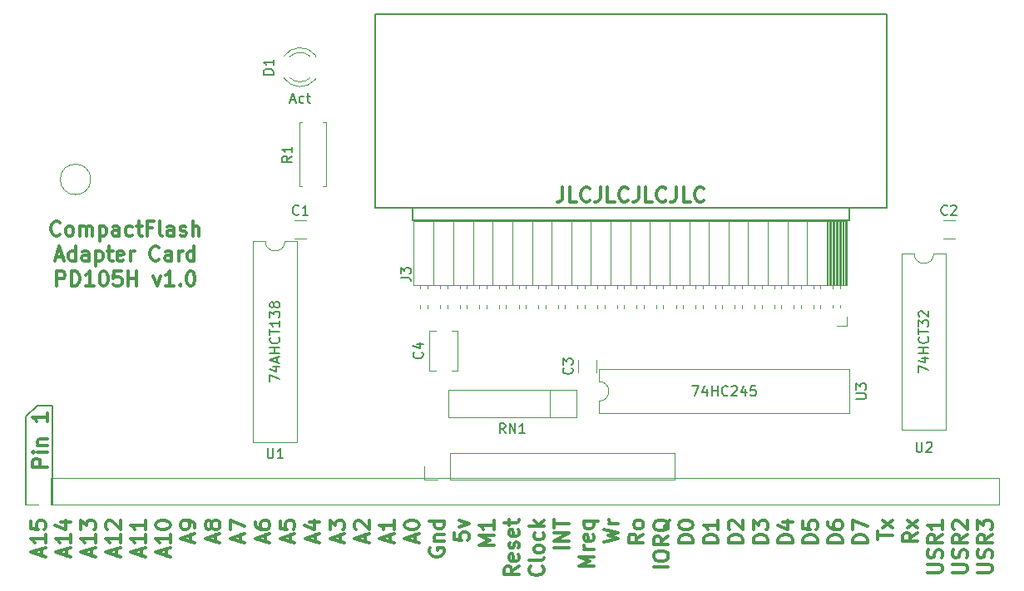
<source format=gbr>
%TF.GenerationSoftware,KiCad,Pcbnew,(5.1.10)-1*%
%TF.CreationDate,2021-07-06T00:11:38-07:00*%
%TF.ProjectId,rc-cfcardh,72632d63-6663-4617-9264-682e6b696361,rev?*%
%TF.SameCoordinates,PX9157080PY9071968*%
%TF.FileFunction,Legend,Top*%
%TF.FilePolarity,Positive*%
%FSLAX46Y46*%
G04 Gerber Fmt 4.6, Leading zero omitted, Abs format (unit mm)*
G04 Created by KiCad (PCBNEW (5.1.10)-1) date 2021-07-06 00:11:38*
%MOMM*%
%LPD*%
G01*
G04 APERTURE LIST*
%ADD10C,0.150000*%
%ADD11C,0.300000*%
%ADD12C,0.200000*%
%ADD13C,0.120000*%
%ADD14C,0.100000*%
G04 APERTURE END LIST*
D10*
X39375000Y29190200D02*
X39375000Y30460200D01*
X83825000Y29190200D02*
X39375000Y29190200D01*
X83825000Y30460200D02*
X83825000Y29190200D01*
X87635000Y50145200D02*
X87635000Y30460200D01*
X35565000Y50145200D02*
X87635000Y50145200D01*
X35565000Y30460200D02*
X35565000Y50145200D01*
X87635000Y30460200D02*
X35565000Y30460200D01*
D11*
X54666428Y32551629D02*
X54666428Y31480200D01*
X54595000Y31265915D01*
X54452142Y31123058D01*
X54237857Y31051629D01*
X54095000Y31051629D01*
X56095000Y31051629D02*
X55380714Y31051629D01*
X55380714Y32551629D01*
X57452142Y31194486D02*
X57380714Y31123058D01*
X57166428Y31051629D01*
X57023571Y31051629D01*
X56809285Y31123058D01*
X56666428Y31265915D01*
X56595000Y31408772D01*
X56523571Y31694486D01*
X56523571Y31908772D01*
X56595000Y32194486D01*
X56666428Y32337343D01*
X56809285Y32480200D01*
X57023571Y32551629D01*
X57166428Y32551629D01*
X57380714Y32480200D01*
X57452142Y32408772D01*
X58523571Y32551629D02*
X58523571Y31480200D01*
X58452142Y31265915D01*
X58309285Y31123058D01*
X58095000Y31051629D01*
X57952142Y31051629D01*
X59952142Y31051629D02*
X59237857Y31051629D01*
X59237857Y32551629D01*
X61309285Y31194486D02*
X61237857Y31123058D01*
X61023571Y31051629D01*
X60880714Y31051629D01*
X60666428Y31123058D01*
X60523571Y31265915D01*
X60452142Y31408772D01*
X60380714Y31694486D01*
X60380714Y31908772D01*
X60452142Y32194486D01*
X60523571Y32337343D01*
X60666428Y32480200D01*
X60880714Y32551629D01*
X61023571Y32551629D01*
X61237857Y32480200D01*
X61309285Y32408772D01*
X62380714Y32551629D02*
X62380714Y31480200D01*
X62309285Y31265915D01*
X62166428Y31123058D01*
X61952142Y31051629D01*
X61809285Y31051629D01*
X63809285Y31051629D02*
X63095000Y31051629D01*
X63095000Y32551629D01*
X65166428Y31194486D02*
X65095000Y31123058D01*
X64880714Y31051629D01*
X64737857Y31051629D01*
X64523571Y31123058D01*
X64380714Y31265915D01*
X64309285Y31408772D01*
X64237857Y31694486D01*
X64237857Y31908772D01*
X64309285Y32194486D01*
X64380714Y32337343D01*
X64523571Y32480200D01*
X64737857Y32551629D01*
X64880714Y32551629D01*
X65095000Y32480200D01*
X65166428Y32408772D01*
X66237857Y32551629D02*
X66237857Y31480200D01*
X66166428Y31265915D01*
X66023571Y31123058D01*
X65809285Y31051629D01*
X65666428Y31051629D01*
X67666428Y31051629D02*
X66952142Y31051629D01*
X66952142Y32551629D01*
X69023571Y31194486D02*
X68952142Y31123058D01*
X68737857Y31051629D01*
X68595000Y31051629D01*
X68380714Y31123058D01*
X68237857Y31265915D01*
X68166428Y31408772D01*
X68095000Y31694486D01*
X68095000Y31908772D01*
X68166428Y32194486D01*
X68237857Y32337343D01*
X68380714Y32480200D01*
X68595000Y32551629D01*
X68737857Y32551629D01*
X68952142Y32480200D01*
X69023571Y32408772D01*
D10*
X26987619Y41438534D02*
X27463809Y41438534D01*
X26892380Y41152820D02*
X27225714Y42152820D01*
X27559047Y41152820D01*
X28320952Y41200439D02*
X28225714Y41152820D01*
X28035238Y41152820D01*
X27940000Y41200439D01*
X27892380Y41248058D01*
X27844761Y41343296D01*
X27844761Y41629010D01*
X27892380Y41724248D01*
X27940000Y41771867D01*
X28035238Y41819486D01*
X28225714Y41819486D01*
X28320952Y41771867D01*
X28606666Y41819486D02*
X28987619Y41819486D01*
X28749523Y42152820D02*
X28749523Y41295677D01*
X28797142Y41200439D01*
X28892380Y41152820D01*
X28987619Y41152820D01*
D11*
X3517142Y27744486D02*
X3445714Y27673058D01*
X3231428Y27601629D01*
X3088571Y27601629D01*
X2874285Y27673058D01*
X2731428Y27815915D01*
X2660000Y27958772D01*
X2588571Y28244486D01*
X2588571Y28458772D01*
X2660000Y28744486D01*
X2731428Y28887343D01*
X2874285Y29030200D01*
X3088571Y29101629D01*
X3231428Y29101629D01*
X3445714Y29030200D01*
X3517142Y28958772D01*
X4374285Y27601629D02*
X4231428Y27673058D01*
X4160000Y27744486D01*
X4088571Y27887343D01*
X4088571Y28315915D01*
X4160000Y28458772D01*
X4231428Y28530200D01*
X4374285Y28601629D01*
X4588571Y28601629D01*
X4731428Y28530200D01*
X4802857Y28458772D01*
X4874285Y28315915D01*
X4874285Y27887343D01*
X4802857Y27744486D01*
X4731428Y27673058D01*
X4588571Y27601629D01*
X4374285Y27601629D01*
X5517142Y27601629D02*
X5517142Y28601629D01*
X5517142Y28458772D02*
X5588571Y28530200D01*
X5731428Y28601629D01*
X5945714Y28601629D01*
X6088571Y28530200D01*
X6160000Y28387343D01*
X6160000Y27601629D01*
X6160000Y28387343D02*
X6231428Y28530200D01*
X6374285Y28601629D01*
X6588571Y28601629D01*
X6731428Y28530200D01*
X6802857Y28387343D01*
X6802857Y27601629D01*
X7517142Y28601629D02*
X7517142Y27101629D01*
X7517142Y28530200D02*
X7660000Y28601629D01*
X7945714Y28601629D01*
X8088571Y28530200D01*
X8160000Y28458772D01*
X8231428Y28315915D01*
X8231428Y27887343D01*
X8160000Y27744486D01*
X8088571Y27673058D01*
X7945714Y27601629D01*
X7660000Y27601629D01*
X7517142Y27673058D01*
X9517142Y27601629D02*
X9517142Y28387343D01*
X9445714Y28530200D01*
X9302857Y28601629D01*
X9017142Y28601629D01*
X8874285Y28530200D01*
X9517142Y27673058D02*
X9374285Y27601629D01*
X9017142Y27601629D01*
X8874285Y27673058D01*
X8802857Y27815915D01*
X8802857Y27958772D01*
X8874285Y28101629D01*
X9017142Y28173058D01*
X9374285Y28173058D01*
X9517142Y28244486D01*
X10874285Y27673058D02*
X10731428Y27601629D01*
X10445714Y27601629D01*
X10302857Y27673058D01*
X10231428Y27744486D01*
X10160000Y27887343D01*
X10160000Y28315915D01*
X10231428Y28458772D01*
X10302857Y28530200D01*
X10445714Y28601629D01*
X10731428Y28601629D01*
X10874285Y28530200D01*
X11302857Y28601629D02*
X11874285Y28601629D01*
X11517142Y29101629D02*
X11517142Y27815915D01*
X11588571Y27673058D01*
X11731428Y27601629D01*
X11874285Y27601629D01*
X12874285Y28387343D02*
X12374285Y28387343D01*
X12374285Y27601629D02*
X12374285Y29101629D01*
X13088571Y29101629D01*
X13874285Y27601629D02*
X13731428Y27673058D01*
X13660000Y27815915D01*
X13660000Y29101629D01*
X15088571Y27601629D02*
X15088571Y28387343D01*
X15017142Y28530200D01*
X14874285Y28601629D01*
X14588571Y28601629D01*
X14445714Y28530200D01*
X15088571Y27673058D02*
X14945714Y27601629D01*
X14588571Y27601629D01*
X14445714Y27673058D01*
X14374285Y27815915D01*
X14374285Y27958772D01*
X14445714Y28101629D01*
X14588571Y28173058D01*
X14945714Y28173058D01*
X15088571Y28244486D01*
X15731428Y27673058D02*
X15874285Y27601629D01*
X16160000Y27601629D01*
X16302857Y27673058D01*
X16374285Y27815915D01*
X16374285Y27887343D01*
X16302857Y28030200D01*
X16160000Y28101629D01*
X15945714Y28101629D01*
X15802857Y28173058D01*
X15731428Y28315915D01*
X15731428Y28387343D01*
X15802857Y28530200D01*
X15945714Y28601629D01*
X16160000Y28601629D01*
X16302857Y28530200D01*
X17017142Y27601629D02*
X17017142Y29101629D01*
X17660000Y27601629D02*
X17660000Y28387343D01*
X17588571Y28530200D01*
X17445714Y28601629D01*
X17231428Y28601629D01*
X17088571Y28530200D01*
X17017142Y28458772D01*
X3088571Y25480200D02*
X3802857Y25480200D01*
X2945714Y25051629D02*
X3445714Y26551629D01*
X3945714Y25051629D01*
X5088571Y25051629D02*
X5088571Y26551629D01*
X5088571Y25123058D02*
X4945714Y25051629D01*
X4660000Y25051629D01*
X4517142Y25123058D01*
X4445714Y25194486D01*
X4374285Y25337343D01*
X4374285Y25765915D01*
X4445714Y25908772D01*
X4517142Y25980200D01*
X4660000Y26051629D01*
X4945714Y26051629D01*
X5088571Y25980200D01*
X6445714Y25051629D02*
X6445714Y25837343D01*
X6374285Y25980200D01*
X6231428Y26051629D01*
X5945714Y26051629D01*
X5802857Y25980200D01*
X6445714Y25123058D02*
X6302857Y25051629D01*
X5945714Y25051629D01*
X5802857Y25123058D01*
X5731428Y25265915D01*
X5731428Y25408772D01*
X5802857Y25551629D01*
X5945714Y25623058D01*
X6302857Y25623058D01*
X6445714Y25694486D01*
X7160000Y26051629D02*
X7160000Y24551629D01*
X7160000Y25980200D02*
X7302857Y26051629D01*
X7588571Y26051629D01*
X7731428Y25980200D01*
X7802857Y25908772D01*
X7874285Y25765915D01*
X7874285Y25337343D01*
X7802857Y25194486D01*
X7731428Y25123058D01*
X7588571Y25051629D01*
X7302857Y25051629D01*
X7160000Y25123058D01*
X8302857Y26051629D02*
X8874285Y26051629D01*
X8517142Y26551629D02*
X8517142Y25265915D01*
X8588571Y25123058D01*
X8731428Y25051629D01*
X8874285Y25051629D01*
X9945714Y25123058D02*
X9802857Y25051629D01*
X9517142Y25051629D01*
X9374285Y25123058D01*
X9302857Y25265915D01*
X9302857Y25837343D01*
X9374285Y25980200D01*
X9517142Y26051629D01*
X9802857Y26051629D01*
X9945714Y25980200D01*
X10017142Y25837343D01*
X10017142Y25694486D01*
X9302857Y25551629D01*
X10660000Y25051629D02*
X10660000Y26051629D01*
X10660000Y25765915D02*
X10731428Y25908772D01*
X10802857Y25980200D01*
X10945714Y26051629D01*
X11088571Y26051629D01*
X13588571Y25194486D02*
X13517142Y25123058D01*
X13302857Y25051629D01*
X13160000Y25051629D01*
X12945714Y25123058D01*
X12802857Y25265915D01*
X12731428Y25408772D01*
X12660000Y25694486D01*
X12660000Y25908772D01*
X12731428Y26194486D01*
X12802857Y26337343D01*
X12945714Y26480200D01*
X13160000Y26551629D01*
X13302857Y26551629D01*
X13517142Y26480200D01*
X13588571Y26408772D01*
X14874285Y25051629D02*
X14874285Y25837343D01*
X14802857Y25980200D01*
X14660000Y26051629D01*
X14374285Y26051629D01*
X14231428Y25980200D01*
X14874285Y25123058D02*
X14731428Y25051629D01*
X14374285Y25051629D01*
X14231428Y25123058D01*
X14160000Y25265915D01*
X14160000Y25408772D01*
X14231428Y25551629D01*
X14374285Y25623058D01*
X14731428Y25623058D01*
X14874285Y25694486D01*
X15588571Y25051629D02*
X15588571Y26051629D01*
X15588571Y25765915D02*
X15660000Y25908772D01*
X15731428Y25980200D01*
X15874285Y26051629D01*
X16017142Y26051629D01*
X17160000Y25051629D02*
X17160000Y26551629D01*
X17160000Y25123058D02*
X17017142Y25051629D01*
X16731428Y25051629D01*
X16588571Y25123058D01*
X16517142Y25194486D01*
X16445714Y25337343D01*
X16445714Y25765915D01*
X16517142Y25908772D01*
X16588571Y25980200D01*
X16731428Y26051629D01*
X17017142Y26051629D01*
X17160000Y25980200D01*
X3160000Y22501629D02*
X3160000Y24001629D01*
X3731428Y24001629D01*
X3874285Y23930200D01*
X3945714Y23858772D01*
X4017142Y23715915D01*
X4017142Y23501629D01*
X3945714Y23358772D01*
X3874285Y23287343D01*
X3731428Y23215915D01*
X3160000Y23215915D01*
X4660000Y22501629D02*
X4660000Y24001629D01*
X5017142Y24001629D01*
X5231428Y23930200D01*
X5374285Y23787343D01*
X5445714Y23644486D01*
X5517142Y23358772D01*
X5517142Y23144486D01*
X5445714Y22858772D01*
X5374285Y22715915D01*
X5231428Y22573058D01*
X5017142Y22501629D01*
X4660000Y22501629D01*
X6945714Y22501629D02*
X6088571Y22501629D01*
X6517142Y22501629D02*
X6517142Y24001629D01*
X6374285Y23787343D01*
X6231428Y23644486D01*
X6088571Y23573058D01*
X7874285Y24001629D02*
X8017142Y24001629D01*
X8160000Y23930200D01*
X8231428Y23858772D01*
X8302857Y23715915D01*
X8374285Y23430200D01*
X8374285Y23073058D01*
X8302857Y22787343D01*
X8231428Y22644486D01*
X8160000Y22573058D01*
X8017142Y22501629D01*
X7874285Y22501629D01*
X7731428Y22573058D01*
X7660000Y22644486D01*
X7588571Y22787343D01*
X7517142Y23073058D01*
X7517142Y23430200D01*
X7588571Y23715915D01*
X7660000Y23858772D01*
X7731428Y23930200D01*
X7874285Y24001629D01*
X9731428Y24001629D02*
X9017142Y24001629D01*
X8945714Y23287343D01*
X9017142Y23358772D01*
X9160000Y23430200D01*
X9517142Y23430200D01*
X9660000Y23358772D01*
X9731428Y23287343D01*
X9802857Y23144486D01*
X9802857Y22787343D01*
X9731428Y22644486D01*
X9660000Y22573058D01*
X9517142Y22501629D01*
X9160000Y22501629D01*
X9017142Y22573058D01*
X8945714Y22644486D01*
X10445714Y22501629D02*
X10445714Y24001629D01*
X10445714Y23287343D02*
X11302857Y23287343D01*
X11302857Y22501629D02*
X11302857Y24001629D01*
X13017142Y23501629D02*
X13374285Y22501629D01*
X13731428Y23501629D01*
X15088571Y22501629D02*
X14231428Y22501629D01*
X14660000Y22501629D02*
X14660000Y24001629D01*
X14517142Y23787343D01*
X14374285Y23644486D01*
X14231428Y23573058D01*
X15731428Y22644486D02*
X15802857Y22573058D01*
X15731428Y22501629D01*
X15660000Y22573058D01*
X15731428Y22644486D01*
X15731428Y22501629D01*
X16731428Y24001629D02*
X16874285Y24001629D01*
X17017142Y23930200D01*
X17088571Y23858772D01*
X17160000Y23715915D01*
X17231428Y23430200D01*
X17231428Y23073058D01*
X17160000Y22787343D01*
X17088571Y22644486D01*
X17017142Y22573058D01*
X16874285Y22501629D01*
X16731428Y22501629D01*
X16588571Y22573058D01*
X16517142Y22644486D01*
X16445714Y22787343D01*
X16374285Y23073058D01*
X16374285Y23430200D01*
X16445714Y23715915D01*
X16517142Y23858772D01*
X16588571Y23930200D01*
X16731428Y24001629D01*
X1613333Y-4991942D02*
X1613333Y-4277657D01*
X2039047Y-5134800D02*
X549047Y-4634800D01*
X2039047Y-4134800D01*
X2039047Y-2849085D02*
X2039047Y-3706228D01*
X2039047Y-3277657D02*
X549047Y-3277657D01*
X761904Y-3420514D01*
X903809Y-3563371D01*
X974761Y-3706228D01*
X549047Y-1491942D02*
X549047Y-2206228D01*
X1258571Y-2277657D01*
X1187619Y-2206228D01*
X1116666Y-2063371D01*
X1116666Y-1706228D01*
X1187619Y-1563371D01*
X1258571Y-1491942D01*
X1400476Y-1420514D01*
X1755238Y-1420514D01*
X1897142Y-1491942D01*
X1968095Y-1563371D01*
X2039047Y-1706228D01*
X2039047Y-2063371D01*
X1968095Y-2206228D01*
X1897142Y-2277657D01*
X4148333Y-4991942D02*
X4148333Y-4277657D01*
X4574047Y-5134800D02*
X3084047Y-4634800D01*
X4574047Y-4134800D01*
X4574047Y-2849085D02*
X4574047Y-3706228D01*
X4574047Y-3277657D02*
X3084047Y-3277657D01*
X3296904Y-3420514D01*
X3438809Y-3563371D01*
X3509761Y-3706228D01*
X3580714Y-1563371D02*
X4574047Y-1563371D01*
X3013095Y-1920514D02*
X4077380Y-2277657D01*
X4077380Y-1349085D01*
X6683333Y-4991942D02*
X6683333Y-4277657D01*
X7109047Y-5134800D02*
X5619047Y-4634800D01*
X7109047Y-4134800D01*
X7109047Y-2849085D02*
X7109047Y-3706228D01*
X7109047Y-3277657D02*
X5619047Y-3277657D01*
X5831904Y-3420514D01*
X5973809Y-3563371D01*
X6044761Y-3706228D01*
X5619047Y-2349085D02*
X5619047Y-1420514D01*
X6186666Y-1920514D01*
X6186666Y-1706228D01*
X6257619Y-1563371D01*
X6328571Y-1491942D01*
X6470476Y-1420514D01*
X6825238Y-1420514D01*
X6967142Y-1491942D01*
X7038095Y-1563371D01*
X7109047Y-1706228D01*
X7109047Y-2134800D01*
X7038095Y-2277657D01*
X6967142Y-2349085D01*
X9218333Y-4991942D02*
X9218333Y-4277657D01*
X9644047Y-5134800D02*
X8154047Y-4634800D01*
X9644047Y-4134800D01*
X9644047Y-2849085D02*
X9644047Y-3706228D01*
X9644047Y-3277657D02*
X8154047Y-3277657D01*
X8366904Y-3420514D01*
X8508809Y-3563371D01*
X8579761Y-3706228D01*
X8295952Y-2277657D02*
X8225000Y-2206228D01*
X8154047Y-2063371D01*
X8154047Y-1706228D01*
X8225000Y-1563371D01*
X8295952Y-1491942D01*
X8437857Y-1420514D01*
X8579761Y-1420514D01*
X8792619Y-1491942D01*
X9644047Y-2349085D01*
X9644047Y-1420514D01*
X11753333Y-4991942D02*
X11753333Y-4277657D01*
X12179047Y-5134800D02*
X10689047Y-4634800D01*
X12179047Y-4134800D01*
X12179047Y-2849085D02*
X12179047Y-3706228D01*
X12179047Y-3277657D02*
X10689047Y-3277657D01*
X10901904Y-3420514D01*
X11043809Y-3563371D01*
X11114761Y-3706228D01*
X12179047Y-1420514D02*
X12179047Y-2277657D01*
X12179047Y-1849085D02*
X10689047Y-1849085D01*
X10901904Y-1991942D01*
X11043809Y-2134800D01*
X11114761Y-2277657D01*
X14288333Y-4991942D02*
X14288333Y-4277657D01*
X14714047Y-5134800D02*
X13224047Y-4634800D01*
X14714047Y-4134800D01*
X14714047Y-2849085D02*
X14714047Y-3706228D01*
X14714047Y-3277657D02*
X13224047Y-3277657D01*
X13436904Y-3420514D01*
X13578809Y-3563371D01*
X13649761Y-3706228D01*
X13224047Y-1920514D02*
X13224047Y-1777657D01*
X13295000Y-1634800D01*
X13365952Y-1563371D01*
X13507857Y-1491942D01*
X13791666Y-1420514D01*
X14146428Y-1420514D01*
X14430238Y-1491942D01*
X14572142Y-1563371D01*
X14643095Y-1634800D01*
X14714047Y-1777657D01*
X14714047Y-1920514D01*
X14643095Y-2063371D01*
X14572142Y-2134800D01*
X14430238Y-2206228D01*
X14146428Y-2277657D01*
X13791666Y-2277657D01*
X13507857Y-2206228D01*
X13365952Y-2134800D01*
X13295000Y-2063371D01*
X13224047Y-1920514D01*
X16823333Y-3563371D02*
X16823333Y-2849085D01*
X17249047Y-3706228D02*
X15759047Y-3206228D01*
X17249047Y-2706228D01*
X17249047Y-2134800D02*
X17249047Y-1849085D01*
X17178095Y-1706228D01*
X17107142Y-1634800D01*
X16894285Y-1491942D01*
X16610476Y-1420514D01*
X16042857Y-1420514D01*
X15900952Y-1491942D01*
X15830000Y-1563371D01*
X15759047Y-1706228D01*
X15759047Y-1991942D01*
X15830000Y-2134800D01*
X15900952Y-2206228D01*
X16042857Y-2277657D01*
X16397619Y-2277657D01*
X16539523Y-2206228D01*
X16610476Y-2134800D01*
X16681428Y-1991942D01*
X16681428Y-1706228D01*
X16610476Y-1563371D01*
X16539523Y-1491942D01*
X16397619Y-1420514D01*
X19358333Y-3563371D02*
X19358333Y-2849085D01*
X19784047Y-3706228D02*
X18294047Y-3206228D01*
X19784047Y-2706228D01*
X18932619Y-1991942D02*
X18861666Y-2134800D01*
X18790714Y-2206228D01*
X18648809Y-2277657D01*
X18577857Y-2277657D01*
X18435952Y-2206228D01*
X18365000Y-2134800D01*
X18294047Y-1991942D01*
X18294047Y-1706228D01*
X18365000Y-1563371D01*
X18435952Y-1491942D01*
X18577857Y-1420514D01*
X18648809Y-1420514D01*
X18790714Y-1491942D01*
X18861666Y-1563371D01*
X18932619Y-1706228D01*
X18932619Y-1991942D01*
X19003571Y-2134800D01*
X19074523Y-2206228D01*
X19216428Y-2277657D01*
X19500238Y-2277657D01*
X19642142Y-2206228D01*
X19713095Y-2134800D01*
X19784047Y-1991942D01*
X19784047Y-1706228D01*
X19713095Y-1563371D01*
X19642142Y-1491942D01*
X19500238Y-1420514D01*
X19216428Y-1420514D01*
X19074523Y-1491942D01*
X19003571Y-1563371D01*
X18932619Y-1706228D01*
X21893333Y-3563371D02*
X21893333Y-2849085D01*
X22319047Y-3706228D02*
X20829047Y-3206228D01*
X22319047Y-2706228D01*
X20829047Y-2349085D02*
X20829047Y-1349085D01*
X22319047Y-1991942D01*
X24428333Y-3563371D02*
X24428333Y-2849085D01*
X24854047Y-3706228D02*
X23364047Y-3206228D01*
X24854047Y-2706228D01*
X23364047Y-1563371D02*
X23364047Y-1849085D01*
X23435000Y-1991942D01*
X23505952Y-2063371D01*
X23718809Y-2206228D01*
X24002619Y-2277657D01*
X24570238Y-2277657D01*
X24712142Y-2206228D01*
X24783095Y-2134800D01*
X24854047Y-1991942D01*
X24854047Y-1706228D01*
X24783095Y-1563371D01*
X24712142Y-1491942D01*
X24570238Y-1420514D01*
X24215476Y-1420514D01*
X24073571Y-1491942D01*
X24002619Y-1563371D01*
X23931666Y-1706228D01*
X23931666Y-1991942D01*
X24002619Y-2134800D01*
X24073571Y-2206228D01*
X24215476Y-2277657D01*
X26963333Y-3563371D02*
X26963333Y-2849085D01*
X27389047Y-3706228D02*
X25899047Y-3206228D01*
X27389047Y-2706228D01*
X25899047Y-1491942D02*
X25899047Y-2206228D01*
X26608571Y-2277657D01*
X26537619Y-2206228D01*
X26466666Y-2063371D01*
X26466666Y-1706228D01*
X26537619Y-1563371D01*
X26608571Y-1491942D01*
X26750476Y-1420514D01*
X27105238Y-1420514D01*
X27247142Y-1491942D01*
X27318095Y-1563371D01*
X27389047Y-1706228D01*
X27389047Y-2063371D01*
X27318095Y-2206228D01*
X27247142Y-2277657D01*
X29498333Y-3563371D02*
X29498333Y-2849085D01*
X29924047Y-3706228D02*
X28434047Y-3206228D01*
X29924047Y-2706228D01*
X28930714Y-1563371D02*
X29924047Y-1563371D01*
X28363095Y-1920514D02*
X29427380Y-2277657D01*
X29427380Y-1349085D01*
X32033333Y-3563371D02*
X32033333Y-2849085D01*
X32459047Y-3706228D02*
X30969047Y-3206228D01*
X32459047Y-2706228D01*
X30969047Y-2349085D02*
X30969047Y-1420514D01*
X31536666Y-1920514D01*
X31536666Y-1706228D01*
X31607619Y-1563371D01*
X31678571Y-1491942D01*
X31820476Y-1420514D01*
X32175238Y-1420514D01*
X32317142Y-1491942D01*
X32388095Y-1563371D01*
X32459047Y-1706228D01*
X32459047Y-2134800D01*
X32388095Y-2277657D01*
X32317142Y-2349085D01*
X34568333Y-3563371D02*
X34568333Y-2849085D01*
X34994047Y-3706228D02*
X33504047Y-3206228D01*
X34994047Y-2706228D01*
X33645952Y-2277657D02*
X33575000Y-2206228D01*
X33504047Y-2063371D01*
X33504047Y-1706228D01*
X33575000Y-1563371D01*
X33645952Y-1491942D01*
X33787857Y-1420514D01*
X33929761Y-1420514D01*
X34142619Y-1491942D01*
X34994047Y-2349085D01*
X34994047Y-1420514D01*
X37103333Y-3563371D02*
X37103333Y-2849085D01*
X37529047Y-3706228D02*
X36039047Y-3206228D01*
X37529047Y-2706228D01*
X37529047Y-1420514D02*
X37529047Y-2277657D01*
X37529047Y-1849085D02*
X36039047Y-1849085D01*
X36251904Y-1991942D01*
X36393809Y-2134800D01*
X36464761Y-2277657D01*
X39638333Y-3563371D02*
X39638333Y-2849085D01*
X40064047Y-3706228D02*
X38574047Y-3206228D01*
X40064047Y-2706228D01*
X38574047Y-1920514D02*
X38574047Y-1777657D01*
X38645000Y-1634800D01*
X38715952Y-1563371D01*
X38857857Y-1491942D01*
X39141666Y-1420514D01*
X39496428Y-1420514D01*
X39780238Y-1491942D01*
X39922142Y-1563371D01*
X39993095Y-1634800D01*
X40064047Y-1777657D01*
X40064047Y-1920514D01*
X39993095Y-2063371D01*
X39922142Y-2134800D01*
X39780238Y-2206228D01*
X39496428Y-2277657D01*
X39141666Y-2277657D01*
X38857857Y-2206228D01*
X38715952Y-2134800D01*
X38645000Y-2063371D01*
X38574047Y-1920514D01*
X41180000Y-4206228D02*
X41109047Y-4349085D01*
X41109047Y-4563371D01*
X41180000Y-4777657D01*
X41321904Y-4920514D01*
X41463809Y-4991942D01*
X41747619Y-5063371D01*
X41960476Y-5063371D01*
X42244285Y-4991942D01*
X42386190Y-4920514D01*
X42528095Y-4777657D01*
X42599047Y-4563371D01*
X42599047Y-4420514D01*
X42528095Y-4206228D01*
X42457142Y-4134800D01*
X41960476Y-4134800D01*
X41960476Y-4420514D01*
X41605714Y-3491942D02*
X42599047Y-3491942D01*
X41747619Y-3491942D02*
X41676666Y-3420514D01*
X41605714Y-3277657D01*
X41605714Y-3063371D01*
X41676666Y-2920514D01*
X41818571Y-2849085D01*
X42599047Y-2849085D01*
X42599047Y-1491942D02*
X41109047Y-1491942D01*
X42528095Y-1491942D02*
X42599047Y-1634800D01*
X42599047Y-1920514D01*
X42528095Y-2063371D01*
X42457142Y-2134800D01*
X42315238Y-2206228D01*
X41889523Y-2206228D01*
X41747619Y-2134800D01*
X41676666Y-2063371D01*
X41605714Y-1920514D01*
X41605714Y-1634800D01*
X41676666Y-1491942D01*
X43644047Y-2634800D02*
X43644047Y-3349085D01*
X44353571Y-3420514D01*
X44282619Y-3349085D01*
X44211666Y-3206228D01*
X44211666Y-2849085D01*
X44282619Y-2706228D01*
X44353571Y-2634800D01*
X44495476Y-2563371D01*
X44850238Y-2563371D01*
X44992142Y-2634800D01*
X45063095Y-2706228D01*
X45134047Y-2849085D01*
X45134047Y-3206228D01*
X45063095Y-3349085D01*
X44992142Y-3420514D01*
X44140714Y-2063371D02*
X45134047Y-1706228D01*
X44140714Y-1349085D01*
X47669047Y-3920514D02*
X46179047Y-3920514D01*
X47243333Y-3420514D01*
X46179047Y-2920514D01*
X47669047Y-2920514D01*
X47669047Y-1420514D02*
X47669047Y-2277657D01*
X47669047Y-1849085D02*
X46179047Y-1849085D01*
X46391904Y-1991942D01*
X46533809Y-2134800D01*
X46604761Y-2277657D01*
X50204047Y-6063371D02*
X49494523Y-6563371D01*
X50204047Y-6920514D02*
X48714047Y-6920514D01*
X48714047Y-6349085D01*
X48785000Y-6206228D01*
X48855952Y-6134800D01*
X48997857Y-6063371D01*
X49210714Y-6063371D01*
X49352619Y-6134800D01*
X49423571Y-6206228D01*
X49494523Y-6349085D01*
X49494523Y-6920514D01*
X50133095Y-4849085D02*
X50204047Y-4991942D01*
X50204047Y-5277657D01*
X50133095Y-5420514D01*
X49991190Y-5491942D01*
X49423571Y-5491942D01*
X49281666Y-5420514D01*
X49210714Y-5277657D01*
X49210714Y-4991942D01*
X49281666Y-4849085D01*
X49423571Y-4777657D01*
X49565476Y-4777657D01*
X49707380Y-5491942D01*
X50133095Y-4206228D02*
X50204047Y-4063371D01*
X50204047Y-3777657D01*
X50133095Y-3634800D01*
X49991190Y-3563371D01*
X49920238Y-3563371D01*
X49778333Y-3634800D01*
X49707380Y-3777657D01*
X49707380Y-3991942D01*
X49636428Y-4134800D01*
X49494523Y-4206228D01*
X49423571Y-4206228D01*
X49281666Y-4134800D01*
X49210714Y-3991942D01*
X49210714Y-3777657D01*
X49281666Y-3634800D01*
X50133095Y-2349085D02*
X50204047Y-2491942D01*
X50204047Y-2777657D01*
X50133095Y-2920514D01*
X49991190Y-2991942D01*
X49423571Y-2991942D01*
X49281666Y-2920514D01*
X49210714Y-2777657D01*
X49210714Y-2491942D01*
X49281666Y-2349085D01*
X49423571Y-2277657D01*
X49565476Y-2277657D01*
X49707380Y-2991942D01*
X49210714Y-1849085D02*
X49210714Y-1277657D01*
X48714047Y-1634800D02*
X49991190Y-1634800D01*
X50133095Y-1563371D01*
X50204047Y-1420514D01*
X50204047Y-1277657D01*
X52597142Y-6063371D02*
X52668095Y-6134800D01*
X52739047Y-6349085D01*
X52739047Y-6491942D01*
X52668095Y-6706228D01*
X52526190Y-6849085D01*
X52384285Y-6920514D01*
X52100476Y-6991942D01*
X51887619Y-6991942D01*
X51603809Y-6920514D01*
X51461904Y-6849085D01*
X51320000Y-6706228D01*
X51249047Y-6491942D01*
X51249047Y-6349085D01*
X51320000Y-6134800D01*
X51390952Y-6063371D01*
X52739047Y-5206228D02*
X52668095Y-5349085D01*
X52526190Y-5420514D01*
X51249047Y-5420514D01*
X52739047Y-4420514D02*
X52668095Y-4563371D01*
X52597142Y-4634800D01*
X52455238Y-4706228D01*
X52029523Y-4706228D01*
X51887619Y-4634800D01*
X51816666Y-4563371D01*
X51745714Y-4420514D01*
X51745714Y-4206228D01*
X51816666Y-4063371D01*
X51887619Y-3991942D01*
X52029523Y-3920514D01*
X52455238Y-3920514D01*
X52597142Y-3991942D01*
X52668095Y-4063371D01*
X52739047Y-4206228D01*
X52739047Y-4420514D01*
X52668095Y-2634800D02*
X52739047Y-2777657D01*
X52739047Y-3063371D01*
X52668095Y-3206228D01*
X52597142Y-3277657D01*
X52455238Y-3349085D01*
X52029523Y-3349085D01*
X51887619Y-3277657D01*
X51816666Y-3206228D01*
X51745714Y-3063371D01*
X51745714Y-2777657D01*
X51816666Y-2634800D01*
X52739047Y-1991942D02*
X51249047Y-1991942D01*
X52171428Y-1849085D02*
X52739047Y-1420514D01*
X51745714Y-1420514D02*
X52313333Y-1991942D01*
X55274047Y-4206228D02*
X53784047Y-4206228D01*
X55274047Y-3491942D02*
X53784047Y-3491942D01*
X55274047Y-2634800D01*
X53784047Y-2634800D01*
X53784047Y-2134800D02*
X53784047Y-1277657D01*
X55274047Y-1706228D02*
X53784047Y-1706228D01*
X57809047Y-6063371D02*
X56319047Y-6063371D01*
X57383333Y-5563371D01*
X56319047Y-5063371D01*
X57809047Y-5063371D01*
X57809047Y-4349085D02*
X56815714Y-4349085D01*
X57099523Y-4349085D02*
X56957619Y-4277657D01*
X56886666Y-4206228D01*
X56815714Y-4063371D01*
X56815714Y-3920514D01*
X57738095Y-2849085D02*
X57809047Y-2991942D01*
X57809047Y-3277657D01*
X57738095Y-3420514D01*
X57596190Y-3491942D01*
X57028571Y-3491942D01*
X56886666Y-3420514D01*
X56815714Y-3277657D01*
X56815714Y-2991942D01*
X56886666Y-2849085D01*
X57028571Y-2777657D01*
X57170476Y-2777657D01*
X57312380Y-3491942D01*
X56815714Y-1491942D02*
X58305714Y-1491942D01*
X57738095Y-1491942D02*
X57809047Y-1634800D01*
X57809047Y-1920514D01*
X57738095Y-2063371D01*
X57667142Y-2134800D01*
X57525238Y-2206228D01*
X57099523Y-2206228D01*
X56957619Y-2134800D01*
X56886666Y-2063371D01*
X56815714Y-1920514D01*
X56815714Y-1634800D01*
X56886666Y-1491942D01*
X58854047Y-3563371D02*
X60344047Y-3206228D01*
X59279761Y-2920514D01*
X60344047Y-2634800D01*
X58854047Y-2277657D01*
X60344047Y-1706228D02*
X59350714Y-1706228D01*
X59634523Y-1706228D02*
X59492619Y-1634800D01*
X59421666Y-1563371D01*
X59350714Y-1420514D01*
X59350714Y-1277657D01*
X62879047Y-2777657D02*
X62169523Y-3277657D01*
X62879047Y-3634800D02*
X61389047Y-3634800D01*
X61389047Y-3063371D01*
X61460000Y-2920514D01*
X61530952Y-2849085D01*
X61672857Y-2777657D01*
X61885714Y-2777657D01*
X62027619Y-2849085D01*
X62098571Y-2920514D01*
X62169523Y-3063371D01*
X62169523Y-3634800D01*
X62879047Y-1920514D02*
X62808095Y-2063371D01*
X62737142Y-2134800D01*
X62595238Y-2206228D01*
X62169523Y-2206228D01*
X62027619Y-2134800D01*
X61956666Y-2063371D01*
X61885714Y-1920514D01*
X61885714Y-1706228D01*
X61956666Y-1563371D01*
X62027619Y-1491942D01*
X62169523Y-1420514D01*
X62595238Y-1420514D01*
X62737142Y-1491942D01*
X62808095Y-1563371D01*
X62879047Y-1706228D01*
X62879047Y-1920514D01*
X65414047Y-6134800D02*
X63924047Y-6134800D01*
X63924047Y-5134800D02*
X63924047Y-4849085D01*
X63995000Y-4706228D01*
X64136904Y-4563371D01*
X64420714Y-4491942D01*
X64917380Y-4491942D01*
X65201190Y-4563371D01*
X65343095Y-4706228D01*
X65414047Y-4849085D01*
X65414047Y-5134800D01*
X65343095Y-5277657D01*
X65201190Y-5420514D01*
X64917380Y-5491942D01*
X64420714Y-5491942D01*
X64136904Y-5420514D01*
X63995000Y-5277657D01*
X63924047Y-5134800D01*
X65414047Y-2991942D02*
X64704523Y-3491942D01*
X65414047Y-3849085D02*
X63924047Y-3849085D01*
X63924047Y-3277657D01*
X63995000Y-3134800D01*
X64065952Y-3063371D01*
X64207857Y-2991942D01*
X64420714Y-2991942D01*
X64562619Y-3063371D01*
X64633571Y-3134800D01*
X64704523Y-3277657D01*
X64704523Y-3849085D01*
X65555952Y-1349085D02*
X65485000Y-1491942D01*
X65343095Y-1634800D01*
X65130238Y-1849085D01*
X65059285Y-1991942D01*
X65059285Y-2134800D01*
X65414047Y-2063371D02*
X65343095Y-2206228D01*
X65201190Y-2349085D01*
X64917380Y-2420514D01*
X64420714Y-2420514D01*
X64136904Y-2349085D01*
X63995000Y-2206228D01*
X63924047Y-2063371D01*
X63924047Y-1777657D01*
X63995000Y-1634800D01*
X64136904Y-1491942D01*
X64420714Y-1420514D01*
X64917380Y-1420514D01*
X65201190Y-1491942D01*
X65343095Y-1634800D01*
X65414047Y-1777657D01*
X65414047Y-2063371D01*
X67949047Y-3706228D02*
X66459047Y-3706228D01*
X66459047Y-3349085D01*
X66530000Y-3134800D01*
X66671904Y-2991942D01*
X66813809Y-2920514D01*
X67097619Y-2849085D01*
X67310476Y-2849085D01*
X67594285Y-2920514D01*
X67736190Y-2991942D01*
X67878095Y-3134800D01*
X67949047Y-3349085D01*
X67949047Y-3706228D01*
X66459047Y-1920514D02*
X66459047Y-1777657D01*
X66530000Y-1634800D01*
X66600952Y-1563371D01*
X66742857Y-1491942D01*
X67026666Y-1420514D01*
X67381428Y-1420514D01*
X67665238Y-1491942D01*
X67807142Y-1563371D01*
X67878095Y-1634800D01*
X67949047Y-1777657D01*
X67949047Y-1920514D01*
X67878095Y-2063371D01*
X67807142Y-2134800D01*
X67665238Y-2206228D01*
X67381428Y-2277657D01*
X67026666Y-2277657D01*
X66742857Y-2206228D01*
X66600952Y-2134800D01*
X66530000Y-2063371D01*
X66459047Y-1920514D01*
X70484047Y-3706228D02*
X68994047Y-3706228D01*
X68994047Y-3349085D01*
X69065000Y-3134800D01*
X69206904Y-2991942D01*
X69348809Y-2920514D01*
X69632619Y-2849085D01*
X69845476Y-2849085D01*
X70129285Y-2920514D01*
X70271190Y-2991942D01*
X70413095Y-3134800D01*
X70484047Y-3349085D01*
X70484047Y-3706228D01*
X70484047Y-1420514D02*
X70484047Y-2277657D01*
X70484047Y-1849085D02*
X68994047Y-1849085D01*
X69206904Y-1991942D01*
X69348809Y-2134800D01*
X69419761Y-2277657D01*
X73019047Y-3706228D02*
X71529047Y-3706228D01*
X71529047Y-3349085D01*
X71600000Y-3134800D01*
X71741904Y-2991942D01*
X71883809Y-2920514D01*
X72167619Y-2849085D01*
X72380476Y-2849085D01*
X72664285Y-2920514D01*
X72806190Y-2991942D01*
X72948095Y-3134800D01*
X73019047Y-3349085D01*
X73019047Y-3706228D01*
X71670952Y-2277657D02*
X71600000Y-2206228D01*
X71529047Y-2063371D01*
X71529047Y-1706228D01*
X71600000Y-1563371D01*
X71670952Y-1491942D01*
X71812857Y-1420514D01*
X71954761Y-1420514D01*
X72167619Y-1491942D01*
X73019047Y-2349085D01*
X73019047Y-1420514D01*
X75554047Y-3706228D02*
X74064047Y-3706228D01*
X74064047Y-3349085D01*
X74135000Y-3134800D01*
X74276904Y-2991942D01*
X74418809Y-2920514D01*
X74702619Y-2849085D01*
X74915476Y-2849085D01*
X75199285Y-2920514D01*
X75341190Y-2991942D01*
X75483095Y-3134800D01*
X75554047Y-3349085D01*
X75554047Y-3706228D01*
X74064047Y-2349085D02*
X74064047Y-1420514D01*
X74631666Y-1920514D01*
X74631666Y-1706228D01*
X74702619Y-1563371D01*
X74773571Y-1491942D01*
X74915476Y-1420514D01*
X75270238Y-1420514D01*
X75412142Y-1491942D01*
X75483095Y-1563371D01*
X75554047Y-1706228D01*
X75554047Y-2134800D01*
X75483095Y-2277657D01*
X75412142Y-2349085D01*
X78089047Y-3706228D02*
X76599047Y-3706228D01*
X76599047Y-3349085D01*
X76670000Y-3134800D01*
X76811904Y-2991942D01*
X76953809Y-2920514D01*
X77237619Y-2849085D01*
X77450476Y-2849085D01*
X77734285Y-2920514D01*
X77876190Y-2991942D01*
X78018095Y-3134800D01*
X78089047Y-3349085D01*
X78089047Y-3706228D01*
X77095714Y-1563371D02*
X78089047Y-1563371D01*
X76528095Y-1920514D02*
X77592380Y-2277657D01*
X77592380Y-1349085D01*
X80624047Y-3706228D02*
X79134047Y-3706228D01*
X79134047Y-3349085D01*
X79205000Y-3134800D01*
X79346904Y-2991942D01*
X79488809Y-2920514D01*
X79772619Y-2849085D01*
X79985476Y-2849085D01*
X80269285Y-2920514D01*
X80411190Y-2991942D01*
X80553095Y-3134800D01*
X80624047Y-3349085D01*
X80624047Y-3706228D01*
X79134047Y-1491942D02*
X79134047Y-2206228D01*
X79843571Y-2277657D01*
X79772619Y-2206228D01*
X79701666Y-2063371D01*
X79701666Y-1706228D01*
X79772619Y-1563371D01*
X79843571Y-1491942D01*
X79985476Y-1420514D01*
X80340238Y-1420514D01*
X80482142Y-1491942D01*
X80553095Y-1563371D01*
X80624047Y-1706228D01*
X80624047Y-2063371D01*
X80553095Y-2206228D01*
X80482142Y-2277657D01*
X83159047Y-3706228D02*
X81669047Y-3706228D01*
X81669047Y-3349085D01*
X81740000Y-3134800D01*
X81881904Y-2991942D01*
X82023809Y-2920514D01*
X82307619Y-2849085D01*
X82520476Y-2849085D01*
X82804285Y-2920514D01*
X82946190Y-2991942D01*
X83088095Y-3134800D01*
X83159047Y-3349085D01*
X83159047Y-3706228D01*
X81669047Y-1563371D02*
X81669047Y-1849085D01*
X81740000Y-1991942D01*
X81810952Y-2063371D01*
X82023809Y-2206228D01*
X82307619Y-2277657D01*
X82875238Y-2277657D01*
X83017142Y-2206228D01*
X83088095Y-2134800D01*
X83159047Y-1991942D01*
X83159047Y-1706228D01*
X83088095Y-1563371D01*
X83017142Y-1491942D01*
X82875238Y-1420514D01*
X82520476Y-1420514D01*
X82378571Y-1491942D01*
X82307619Y-1563371D01*
X82236666Y-1706228D01*
X82236666Y-1991942D01*
X82307619Y-2134800D01*
X82378571Y-2206228D01*
X82520476Y-2277657D01*
X85694047Y-3706228D02*
X84204047Y-3706228D01*
X84204047Y-3349085D01*
X84275000Y-3134800D01*
X84416904Y-2991942D01*
X84558809Y-2920514D01*
X84842619Y-2849085D01*
X85055476Y-2849085D01*
X85339285Y-2920514D01*
X85481190Y-2991942D01*
X85623095Y-3134800D01*
X85694047Y-3349085D01*
X85694047Y-3706228D01*
X84204047Y-2349085D02*
X84204047Y-1349085D01*
X85694047Y-1991942D01*
X86739047Y-3349085D02*
X86739047Y-2491942D01*
X88229047Y-2920514D02*
X86739047Y-2920514D01*
X88229047Y-2134800D02*
X87235714Y-1349085D01*
X87235714Y-2134800D02*
X88229047Y-1349085D01*
X90764047Y-2634800D02*
X90054523Y-3134800D01*
X90764047Y-3491942D02*
X89274047Y-3491942D01*
X89274047Y-2920514D01*
X89345000Y-2777657D01*
X89415952Y-2706228D01*
X89557857Y-2634800D01*
X89770714Y-2634800D01*
X89912619Y-2706228D01*
X89983571Y-2777657D01*
X90054523Y-2920514D01*
X90054523Y-3491942D01*
X90764047Y-2134800D02*
X89770714Y-1349085D01*
X89770714Y-2134800D02*
X90764047Y-1349085D01*
X91809047Y-6706228D02*
X93015238Y-6706228D01*
X93157142Y-6634800D01*
X93228095Y-6563371D01*
X93299047Y-6420514D01*
X93299047Y-6134800D01*
X93228095Y-5991942D01*
X93157142Y-5920514D01*
X93015238Y-5849085D01*
X91809047Y-5849085D01*
X93228095Y-5206228D02*
X93299047Y-4991942D01*
X93299047Y-4634800D01*
X93228095Y-4491942D01*
X93157142Y-4420514D01*
X93015238Y-4349085D01*
X92873333Y-4349085D01*
X92731428Y-4420514D01*
X92660476Y-4491942D01*
X92589523Y-4634800D01*
X92518571Y-4920514D01*
X92447619Y-5063371D01*
X92376666Y-5134800D01*
X92234761Y-5206228D01*
X92092857Y-5206228D01*
X91950952Y-5134800D01*
X91880000Y-5063371D01*
X91809047Y-4920514D01*
X91809047Y-4563371D01*
X91880000Y-4349085D01*
X93299047Y-2849085D02*
X92589523Y-3349085D01*
X93299047Y-3706228D02*
X91809047Y-3706228D01*
X91809047Y-3134800D01*
X91880000Y-2991942D01*
X91950952Y-2920514D01*
X92092857Y-2849085D01*
X92305714Y-2849085D01*
X92447619Y-2920514D01*
X92518571Y-2991942D01*
X92589523Y-3134800D01*
X92589523Y-3706228D01*
X93299047Y-1420514D02*
X93299047Y-2277657D01*
X93299047Y-1849085D02*
X91809047Y-1849085D01*
X92021904Y-1991942D01*
X92163809Y-2134800D01*
X92234761Y-2277657D01*
X94344047Y-6706228D02*
X95550238Y-6706228D01*
X95692142Y-6634800D01*
X95763095Y-6563371D01*
X95834047Y-6420514D01*
X95834047Y-6134800D01*
X95763095Y-5991942D01*
X95692142Y-5920514D01*
X95550238Y-5849085D01*
X94344047Y-5849085D01*
X95763095Y-5206228D02*
X95834047Y-4991942D01*
X95834047Y-4634800D01*
X95763095Y-4491942D01*
X95692142Y-4420514D01*
X95550238Y-4349085D01*
X95408333Y-4349085D01*
X95266428Y-4420514D01*
X95195476Y-4491942D01*
X95124523Y-4634800D01*
X95053571Y-4920514D01*
X94982619Y-5063371D01*
X94911666Y-5134800D01*
X94769761Y-5206228D01*
X94627857Y-5206228D01*
X94485952Y-5134800D01*
X94415000Y-5063371D01*
X94344047Y-4920514D01*
X94344047Y-4563371D01*
X94415000Y-4349085D01*
X95834047Y-2849085D02*
X95124523Y-3349085D01*
X95834047Y-3706228D02*
X94344047Y-3706228D01*
X94344047Y-3134800D01*
X94415000Y-2991942D01*
X94485952Y-2920514D01*
X94627857Y-2849085D01*
X94840714Y-2849085D01*
X94982619Y-2920514D01*
X95053571Y-2991942D01*
X95124523Y-3134800D01*
X95124523Y-3706228D01*
X94485952Y-2277657D02*
X94415000Y-2206228D01*
X94344047Y-2063371D01*
X94344047Y-1706228D01*
X94415000Y-1563371D01*
X94485952Y-1491942D01*
X94627857Y-1420514D01*
X94769761Y-1420514D01*
X94982619Y-1491942D01*
X95834047Y-2349085D01*
X95834047Y-1420514D01*
X96879047Y-6706228D02*
X98085238Y-6706228D01*
X98227142Y-6634800D01*
X98298095Y-6563371D01*
X98369047Y-6420514D01*
X98369047Y-6134800D01*
X98298095Y-5991942D01*
X98227142Y-5920514D01*
X98085238Y-5849085D01*
X96879047Y-5849085D01*
X98298095Y-5206228D02*
X98369047Y-4991942D01*
X98369047Y-4634800D01*
X98298095Y-4491942D01*
X98227142Y-4420514D01*
X98085238Y-4349085D01*
X97943333Y-4349085D01*
X97801428Y-4420514D01*
X97730476Y-4491942D01*
X97659523Y-4634800D01*
X97588571Y-4920514D01*
X97517619Y-5063371D01*
X97446666Y-5134800D01*
X97304761Y-5206228D01*
X97162857Y-5206228D01*
X97020952Y-5134800D01*
X96950000Y-5063371D01*
X96879047Y-4920514D01*
X96879047Y-4563371D01*
X96950000Y-4349085D01*
X98369047Y-2849085D02*
X97659523Y-3349085D01*
X98369047Y-3706228D02*
X96879047Y-3706228D01*
X96879047Y-3134800D01*
X96950000Y-2991942D01*
X97020952Y-2920514D01*
X97162857Y-2849085D01*
X97375714Y-2849085D01*
X97517619Y-2920514D01*
X97588571Y-2991942D01*
X97659523Y-3134800D01*
X97659523Y-3706228D01*
X96879047Y-2349085D02*
X96879047Y-1420514D01*
X97446666Y-1920514D01*
X97446666Y-1706228D01*
X97517619Y-1563371D01*
X97588571Y-1491942D01*
X97730476Y-1420514D01*
X98085238Y-1420514D01*
X98227142Y-1491942D01*
X98298095Y-1563371D01*
X98369047Y-1706228D01*
X98369047Y-2134800D01*
X98298095Y-2277657D01*
X98227142Y-2349085D01*
D12*
X2743200Y10345420D02*
X2743200Y233680D01*
X1173480Y10345420D02*
X2743200Y10345420D01*
X-7620Y9164320D02*
X1173480Y10345420D01*
X-7620Y233680D02*
X-7620Y9164320D01*
D11*
X2207651Y4049735D02*
X707651Y4049735D01*
X707651Y4621163D01*
X779080Y4764020D01*
X850508Y4835449D01*
X993365Y4906878D01*
X1207651Y4906878D01*
X1350508Y4835449D01*
X1421937Y4764020D01*
X1493365Y4621163D01*
X1493365Y4049735D01*
X2207651Y5549735D02*
X1207651Y5549735D01*
X707651Y5549735D02*
X779080Y5478306D01*
X850508Y5549735D01*
X779080Y5621163D01*
X707651Y5549735D01*
X850508Y5549735D01*
X1207651Y6264020D02*
X2207651Y6264020D01*
X1350508Y6264020D02*
X1279080Y6335449D01*
X1207651Y6478306D01*
X1207651Y6692592D01*
X1279080Y6835449D01*
X1421937Y6906878D01*
X2207651Y6906878D01*
X2207651Y9549735D02*
X2207651Y8692592D01*
X2207651Y9121163D02*
X707651Y9121163D01*
X921937Y8978306D01*
X1064794Y8835449D01*
X1136222Y8692592D01*
D13*
%TO.C,J3*%
X83490000Y29060200D02*
X83490000Y22590200D01*
X83375882Y29060200D02*
X83375882Y22590200D01*
X83261764Y29060200D02*
X83261764Y22590200D01*
X83147646Y29060200D02*
X83147646Y22590200D01*
X83033528Y29060200D02*
X83033528Y22590200D01*
X82919410Y29060200D02*
X82919410Y22590200D01*
X82805292Y29060200D02*
X82805292Y22590200D01*
X82691174Y29060200D02*
X82691174Y22590200D01*
X82577056Y29060200D02*
X82577056Y22590200D01*
X82462938Y29060200D02*
X82462938Y22590200D01*
X82348820Y29060200D02*
X82348820Y22590200D01*
X82234702Y29060200D02*
X82234702Y22590200D01*
X82120584Y29060200D02*
X82120584Y22590200D01*
X82006466Y29060200D02*
X82006466Y22590200D01*
X81892348Y29060200D02*
X81892348Y22590200D01*
X81778230Y29060200D02*
X81778230Y22590200D01*
X81664112Y29060200D02*
X81664112Y22590200D01*
X82910000Y22590200D02*
X82910000Y22243117D01*
X82910000Y20517283D02*
X82910000Y20315200D01*
X82190000Y22590200D02*
X82190000Y22243117D01*
X82190000Y20517283D02*
X82190000Y20315200D01*
X80910000Y22590200D02*
X80910000Y22243117D01*
X80910000Y20517283D02*
X80910000Y20243117D01*
X80190000Y22590200D02*
X80190000Y22243117D01*
X80190000Y20517283D02*
X80190000Y20243117D01*
X78910000Y22590200D02*
X78910000Y22243117D01*
X78910000Y20517283D02*
X78910000Y20243117D01*
X78190000Y22590200D02*
X78190000Y22243117D01*
X78190000Y20517283D02*
X78190000Y20243117D01*
X76910000Y22590200D02*
X76910000Y22243117D01*
X76910000Y20517283D02*
X76910000Y20243117D01*
X76190000Y22590200D02*
X76190000Y22243117D01*
X76190000Y20517283D02*
X76190000Y20243117D01*
X74910000Y22590200D02*
X74910000Y22243117D01*
X74910000Y20517283D02*
X74910000Y20243117D01*
X74190000Y22590200D02*
X74190000Y22243117D01*
X74190000Y20517283D02*
X74190000Y20243117D01*
X72910000Y22590200D02*
X72910000Y22243117D01*
X72910000Y20517283D02*
X72910000Y20243117D01*
X72190000Y22590200D02*
X72190000Y22243117D01*
X72190000Y20517283D02*
X72190000Y20243117D01*
X70910000Y22590200D02*
X70910000Y22243117D01*
X70910000Y20517283D02*
X70910000Y20243117D01*
X70190000Y22590200D02*
X70190000Y22243117D01*
X70190000Y20517283D02*
X70190000Y20243117D01*
X68910000Y22590200D02*
X68910000Y22243117D01*
X68910000Y20517283D02*
X68910000Y20243117D01*
X68190000Y22590200D02*
X68190000Y22243117D01*
X68190000Y20517283D02*
X68190000Y20243117D01*
X66910000Y22590200D02*
X66910000Y22243117D01*
X66910000Y20517283D02*
X66910000Y20243117D01*
X66190000Y22590200D02*
X66190000Y22243117D01*
X66190000Y20517283D02*
X66190000Y20243117D01*
X64910000Y22590200D02*
X64910000Y22243117D01*
X64910000Y20517283D02*
X64910000Y20243117D01*
X64190000Y22590200D02*
X64190000Y22243117D01*
X64190000Y20517283D02*
X64190000Y20243117D01*
X62910000Y22590200D02*
X62910000Y22243117D01*
X62910000Y20517283D02*
X62910000Y20243117D01*
X62190000Y22590200D02*
X62190000Y22243117D01*
X62190000Y20517283D02*
X62190000Y20243117D01*
X60910000Y22590200D02*
X60910000Y22243117D01*
X60910000Y20517283D02*
X60910000Y20243117D01*
X60190000Y22590200D02*
X60190000Y22243117D01*
X60190000Y20517283D02*
X60190000Y20243117D01*
X58910000Y22590200D02*
X58910000Y22243117D01*
X58910000Y20517283D02*
X58910000Y20243117D01*
X58190000Y22590200D02*
X58190000Y22243117D01*
X58190000Y20517283D02*
X58190000Y20243117D01*
X56910000Y22590200D02*
X56910000Y22243117D01*
X56910000Y20517283D02*
X56910000Y20243117D01*
X56190000Y22590200D02*
X56190000Y22243117D01*
X56190000Y20517283D02*
X56190000Y20243117D01*
X54910000Y22590200D02*
X54910000Y22243117D01*
X54910000Y20517283D02*
X54910000Y20243117D01*
X54190000Y22590200D02*
X54190000Y22243117D01*
X54190000Y20517283D02*
X54190000Y20243117D01*
X52910000Y22590200D02*
X52910000Y22243117D01*
X52910000Y20517283D02*
X52910000Y20243117D01*
X52190000Y22590200D02*
X52190000Y22243117D01*
X52190000Y20517283D02*
X52190000Y20243117D01*
X50910000Y22590200D02*
X50910000Y22243117D01*
X50910000Y20517283D02*
X50910000Y20243117D01*
X50190000Y22590200D02*
X50190000Y22243117D01*
X50190000Y20517283D02*
X50190000Y20243117D01*
X48910000Y22590200D02*
X48910000Y22243117D01*
X48910000Y20517283D02*
X48910000Y20243117D01*
X48190000Y22590200D02*
X48190000Y22243117D01*
X48190000Y20517283D02*
X48190000Y20243117D01*
X46910000Y22590200D02*
X46910000Y22243117D01*
X46910000Y20517283D02*
X46910000Y20243117D01*
X46190000Y22590200D02*
X46190000Y22243117D01*
X46190000Y20517283D02*
X46190000Y20243117D01*
X44910000Y22590200D02*
X44910000Y22243117D01*
X44910000Y20517283D02*
X44910000Y20243117D01*
X44190000Y22590200D02*
X44190000Y22243117D01*
X44190000Y20517283D02*
X44190000Y20243117D01*
X42910000Y22590200D02*
X42910000Y22243117D01*
X42910000Y20517283D02*
X42910000Y20243117D01*
X42190000Y22590200D02*
X42190000Y22243117D01*
X42190000Y20517283D02*
X42190000Y20243117D01*
X40910000Y22590200D02*
X40910000Y22243117D01*
X40910000Y20517283D02*
X40910000Y20243117D01*
X40190000Y22590200D02*
X40190000Y22243117D01*
X40190000Y20517283D02*
X40190000Y20243117D01*
X81550000Y29060200D02*
X81550000Y22590200D01*
X79550000Y29060200D02*
X79550000Y22590200D01*
X77550000Y29060200D02*
X77550000Y22590200D01*
X75550000Y29060200D02*
X75550000Y22590200D01*
X73550000Y29060200D02*
X73550000Y22590200D01*
X71550000Y29060200D02*
X71550000Y22590200D01*
X69550000Y29060200D02*
X69550000Y22590200D01*
X67550000Y29060200D02*
X67550000Y22590200D01*
X65550000Y29060200D02*
X65550000Y22590200D01*
X63550000Y29060200D02*
X63550000Y22590200D01*
X61550000Y29060200D02*
X61550000Y22590200D01*
X59550000Y29060200D02*
X59550000Y22590200D01*
X57550000Y29060200D02*
X57550000Y22590200D01*
X55550000Y29060200D02*
X55550000Y22590200D01*
X53550000Y29060200D02*
X53550000Y22590200D01*
X51550000Y29060200D02*
X51550000Y22590200D01*
X49550000Y29060200D02*
X49550000Y22590200D01*
X47550000Y29060200D02*
X47550000Y22590200D01*
X45550000Y29060200D02*
X45550000Y22590200D01*
X43550000Y29060200D02*
X43550000Y22590200D01*
X41550000Y29060200D02*
X41550000Y22590200D01*
X83610000Y29060200D02*
X83610000Y22590200D01*
X83610000Y22590200D02*
X39490000Y22590200D01*
X39490000Y29060200D02*
X39490000Y22590200D01*
X83610000Y29060200D02*
X39490000Y29060200D01*
X83610000Y18445200D02*
X82550000Y18445200D01*
X83610000Y19380200D02*
X83610000Y18445200D01*
%TO.C,J2*%
X66100000Y2810200D02*
X66100000Y5470200D01*
X43180000Y2810200D02*
X66100000Y2810200D01*
X43180000Y5470200D02*
X66100000Y5470200D01*
X43180000Y2810200D02*
X43180000Y5470200D01*
X41910000Y2810200D02*
X40580000Y2810200D01*
X40580000Y2810200D02*
X40580000Y4140200D01*
%TO.C,U3*%
X58360000Y14010200D02*
X58360000Y12760200D01*
X83880000Y14010200D02*
X58360000Y14010200D01*
X83880000Y9510200D02*
X83880000Y14010200D01*
X58360000Y9510200D02*
X83880000Y9510200D01*
X58360000Y10760200D02*
X58360000Y9510200D01*
X58360000Y12760200D02*
G75*
G02*
X58360000Y10760200I0J-1000000D01*
G01*
%TO.C,C4*%
X43965000Y17927700D02*
X43965000Y13887700D01*
X41125000Y17927700D02*
X41125000Y13887700D01*
X43965000Y17927700D02*
X43340000Y17927700D01*
X41750000Y17927700D02*
X41125000Y17927700D01*
X43965000Y13887700D02*
X43340000Y13887700D01*
X41750000Y13887700D02*
X41125000Y13887700D01*
%TO.C,C3*%
X58070000Y14949200D02*
X58070000Y13691200D01*
X56230000Y14949200D02*
X56230000Y13691200D01*
%TO.C,C2*%
X94629000Y27350200D02*
X93371000Y27350200D01*
X94629000Y29190200D02*
X93371000Y29190200D01*
%TO.C,C1*%
X28589000Y27350200D02*
X27331000Y27350200D01*
X28589000Y29190200D02*
X27331000Y29190200D01*
%TO.C,U2*%
X90440000Y25790200D02*
X89190000Y25790200D01*
X89190000Y25790200D02*
X89190000Y7890200D01*
X89190000Y7890200D02*
X93690000Y7890200D01*
X93690000Y7890200D02*
X93690000Y25790200D01*
X93690000Y25790200D02*
X92440000Y25790200D01*
X92440000Y25790200D02*
G75*
G02*
X90440000Y25790200I-1000000J0D01*
G01*
%TO.C,RN1*%
X56050000Y9090200D02*
X56050000Y11890200D01*
X56050000Y11890200D02*
X43010000Y11890200D01*
X43010000Y11890200D02*
X43010000Y9090200D01*
X43010000Y9090200D02*
X56050000Y9090200D01*
X53340000Y9090200D02*
X53340000Y11890200D01*
%TO.C,R1*%
X28170000Y32620200D02*
X27840000Y32620200D01*
X27840000Y32620200D02*
X27840000Y39160200D01*
X27840000Y39160200D02*
X28170000Y39160200D01*
X30250000Y32620200D02*
X30580000Y32620200D01*
X30580000Y32620200D02*
X30580000Y39160200D01*
X30580000Y39160200D02*
X30250000Y39160200D01*
%TO.C,D1*%
X29500000Y43544200D02*
X29500000Y43700200D01*
X29500000Y45860200D02*
X29500000Y46016200D01*
X26898870Y45860037D02*
G75*
G02*
X28980961Y45860200I1041130J-1079837D01*
G01*
X26898870Y43700363D02*
G75*
G03*
X28980961Y43700200I1041130J1079837D01*
G01*
X26267665Y45858808D02*
G75*
G02*
X29500000Y46015716I1672335J-1078608D01*
G01*
X26267665Y43701592D02*
G75*
G03*
X29500000Y43544684I1672335J1078608D01*
G01*
%TO.C,U1*%
X27650000Y27060200D02*
X26400000Y27060200D01*
X27650000Y6620200D02*
X27650000Y27060200D01*
X23150000Y6620200D02*
X27650000Y6620200D01*
X23150000Y27060200D02*
X23150000Y6620200D01*
X24400000Y27060200D02*
X23150000Y27060200D01*
X26400000Y27060200D02*
G75*
G02*
X24400000Y27060200I-1000000J0D01*
G01*
%TO.C,J1*%
X99120000Y270200D02*
X99120000Y2930200D01*
X2540000Y270200D02*
X99120000Y270200D01*
X2540000Y2930200D02*
X99120000Y2930200D01*
X2540000Y270200D02*
X2540000Y2930200D01*
X1270000Y270200D02*
X-60000Y270200D01*
X-60000Y270200D02*
X-60000Y1600200D01*
%TD*%
D14*
%TO.C,*%
X6630000Y33350200D02*
G75*
G03*
X6630000Y33350200I-1550000J0D01*
G01*
%TD*%
%TO.C,J3*%
D10*
X38187380Y23356867D02*
X38901666Y23356867D01*
X39044523Y23309248D01*
X39139761Y23214010D01*
X39187380Y23071153D01*
X39187380Y22975915D01*
X38187380Y23737820D02*
X38187380Y24356867D01*
X38568333Y24023534D01*
X38568333Y24166391D01*
X38615952Y24261629D01*
X38663571Y24309248D01*
X38758809Y24356867D01*
X38996904Y24356867D01*
X39092142Y24309248D01*
X39139761Y24261629D01*
X39187380Y24166391D01*
X39187380Y23880677D01*
X39139761Y23785439D01*
X39092142Y23737820D01*
%TO.C,U3*%
X84542380Y10998296D02*
X85351904Y10998296D01*
X85447142Y11045915D01*
X85494761Y11093534D01*
X85542380Y11188772D01*
X85542380Y11379248D01*
X85494761Y11474486D01*
X85447142Y11522105D01*
X85351904Y11569724D01*
X84542380Y11569724D01*
X84542380Y11950677D02*
X84542380Y12569724D01*
X84923333Y12236391D01*
X84923333Y12379248D01*
X84970952Y12474486D01*
X85018571Y12522105D01*
X85113809Y12569724D01*
X85351904Y12569724D01*
X85447142Y12522105D01*
X85494761Y12474486D01*
X85542380Y12379248D01*
X85542380Y12093534D01*
X85494761Y11998296D01*
X85447142Y11950677D01*
X67858095Y12307820D02*
X68524761Y12307820D01*
X68096190Y11307820D01*
X69334285Y11974486D02*
X69334285Y11307820D01*
X69096190Y12355439D02*
X68858095Y11641153D01*
X69477142Y11641153D01*
X69858095Y11307820D02*
X69858095Y12307820D01*
X69858095Y11831629D02*
X70429523Y11831629D01*
X70429523Y11307820D02*
X70429523Y12307820D01*
X71477142Y11403058D02*
X71429523Y11355439D01*
X71286666Y11307820D01*
X71191428Y11307820D01*
X71048571Y11355439D01*
X70953333Y11450677D01*
X70905714Y11545915D01*
X70858095Y11736391D01*
X70858095Y11879248D01*
X70905714Y12069724D01*
X70953333Y12164962D01*
X71048571Y12260200D01*
X71191428Y12307820D01*
X71286666Y12307820D01*
X71429523Y12260200D01*
X71477142Y12212581D01*
X71858095Y12212581D02*
X71905714Y12260200D01*
X72000952Y12307820D01*
X72239047Y12307820D01*
X72334285Y12260200D01*
X72381904Y12212581D01*
X72429523Y12117343D01*
X72429523Y12022105D01*
X72381904Y11879248D01*
X71810476Y11307820D01*
X72429523Y11307820D01*
X73286666Y11974486D02*
X73286666Y11307820D01*
X73048571Y12355439D02*
X72810476Y11641153D01*
X73429523Y11641153D01*
X74286666Y12307820D02*
X73810476Y12307820D01*
X73762857Y11831629D01*
X73810476Y11879248D01*
X73905714Y11926867D01*
X74143809Y11926867D01*
X74239047Y11879248D01*
X74286666Y11831629D01*
X74334285Y11736391D01*
X74334285Y11498296D01*
X74286666Y11403058D01*
X74239047Y11355439D01*
X74143809Y11307820D01*
X73905714Y11307820D01*
X73810476Y11355439D01*
X73762857Y11403058D01*
%TO.C,C4*%
X40362142Y15741034D02*
X40409761Y15693415D01*
X40457380Y15550558D01*
X40457380Y15455320D01*
X40409761Y15312462D01*
X40314523Y15217224D01*
X40219285Y15169605D01*
X40028809Y15121986D01*
X39885952Y15121986D01*
X39695476Y15169605D01*
X39600238Y15217224D01*
X39505000Y15312462D01*
X39457380Y15455320D01*
X39457380Y15550558D01*
X39505000Y15693415D01*
X39552619Y15741034D01*
X39790714Y16598177D02*
X40457380Y16598177D01*
X39409761Y16360081D02*
X40124047Y16121986D01*
X40124047Y16741034D01*
%TO.C,C3*%
X55602142Y14153534D02*
X55649761Y14105915D01*
X55697380Y13963058D01*
X55697380Y13867820D01*
X55649761Y13724962D01*
X55554523Y13629724D01*
X55459285Y13582105D01*
X55268809Y13534486D01*
X55125952Y13534486D01*
X54935476Y13582105D01*
X54840238Y13629724D01*
X54745000Y13724962D01*
X54697380Y13867820D01*
X54697380Y13963058D01*
X54745000Y14105915D01*
X54792619Y14153534D01*
X54697380Y14486867D02*
X54697380Y15105915D01*
X55078333Y14772581D01*
X55078333Y14915439D01*
X55125952Y15010677D01*
X55173571Y15058296D01*
X55268809Y15105915D01*
X55506904Y15105915D01*
X55602142Y15058296D01*
X55649761Y15010677D01*
X55697380Y14915439D01*
X55697380Y14629724D01*
X55649761Y14534486D01*
X55602142Y14486867D01*
%TO.C,C2*%
X93813333Y29818058D02*
X93765714Y29770439D01*
X93622857Y29722820D01*
X93527619Y29722820D01*
X93384761Y29770439D01*
X93289523Y29865677D01*
X93241904Y29960915D01*
X93194285Y30151391D01*
X93194285Y30294248D01*
X93241904Y30484724D01*
X93289523Y30579962D01*
X93384761Y30675200D01*
X93527619Y30722820D01*
X93622857Y30722820D01*
X93765714Y30675200D01*
X93813333Y30627581D01*
X94194285Y30627581D02*
X94241904Y30675200D01*
X94337142Y30722820D01*
X94575238Y30722820D01*
X94670476Y30675200D01*
X94718095Y30627581D01*
X94765714Y30532343D01*
X94765714Y30437105D01*
X94718095Y30294248D01*
X94146666Y29722820D01*
X94765714Y29722820D01*
%TO.C,C1*%
X27793333Y29818058D02*
X27745714Y29770439D01*
X27602857Y29722820D01*
X27507619Y29722820D01*
X27364761Y29770439D01*
X27269523Y29865677D01*
X27221904Y29960915D01*
X27174285Y30151391D01*
X27174285Y30294248D01*
X27221904Y30484724D01*
X27269523Y30579962D01*
X27364761Y30675200D01*
X27507619Y30722820D01*
X27602857Y30722820D01*
X27745714Y30675200D01*
X27793333Y30627581D01*
X28745714Y29722820D02*
X28174285Y29722820D01*
X28460000Y29722820D02*
X28460000Y30722820D01*
X28364761Y30579962D01*
X28269523Y30484724D01*
X28174285Y30437105D01*
%TO.C,U2*%
X90678095Y6592820D02*
X90678095Y5783296D01*
X90725714Y5688058D01*
X90773333Y5640439D01*
X90868571Y5592820D01*
X91059047Y5592820D01*
X91154285Y5640439D01*
X91201904Y5688058D01*
X91249523Y5783296D01*
X91249523Y6592820D01*
X91678095Y6497581D02*
X91725714Y6545200D01*
X91820952Y6592820D01*
X92059047Y6592820D01*
X92154285Y6545200D01*
X92201904Y6497581D01*
X92249523Y6402343D01*
X92249523Y6307105D01*
X92201904Y6164248D01*
X91630476Y5592820D01*
X92249523Y5592820D01*
X90892380Y13673534D02*
X90892380Y14340200D01*
X91892380Y13911629D01*
X91225714Y15149724D02*
X91892380Y15149724D01*
X90844761Y14911629D02*
X91559047Y14673534D01*
X91559047Y15292581D01*
X91892380Y15673534D02*
X90892380Y15673534D01*
X91368571Y15673534D02*
X91368571Y16244962D01*
X91892380Y16244962D02*
X90892380Y16244962D01*
X91797142Y17292581D02*
X91844761Y17244962D01*
X91892380Y17102105D01*
X91892380Y17006867D01*
X91844761Y16864010D01*
X91749523Y16768772D01*
X91654285Y16721153D01*
X91463809Y16673534D01*
X91320952Y16673534D01*
X91130476Y16721153D01*
X91035238Y16768772D01*
X90940000Y16864010D01*
X90892380Y17006867D01*
X90892380Y17102105D01*
X90940000Y17244962D01*
X90987619Y17292581D01*
X90892380Y17578296D02*
X90892380Y18149724D01*
X91892380Y17864010D02*
X90892380Y17864010D01*
X90892380Y18387820D02*
X90892380Y19006867D01*
X91273333Y18673534D01*
X91273333Y18816391D01*
X91320952Y18911629D01*
X91368571Y18959248D01*
X91463809Y19006867D01*
X91701904Y19006867D01*
X91797142Y18959248D01*
X91844761Y18911629D01*
X91892380Y18816391D01*
X91892380Y18530677D01*
X91844761Y18435439D01*
X91797142Y18387820D01*
X90987619Y19387820D02*
X90940000Y19435439D01*
X90892380Y19530677D01*
X90892380Y19768772D01*
X90940000Y19864010D01*
X90987619Y19911629D01*
X91082857Y19959248D01*
X91178095Y19959248D01*
X91320952Y19911629D01*
X91892380Y19340200D01*
X91892380Y19959248D01*
%TO.C,RN1*%
X48839523Y7497820D02*
X48506190Y7974010D01*
X48268095Y7497820D02*
X48268095Y8497820D01*
X48649047Y8497820D01*
X48744285Y8450200D01*
X48791904Y8402581D01*
X48839523Y8307343D01*
X48839523Y8164486D01*
X48791904Y8069248D01*
X48744285Y8021629D01*
X48649047Y7974010D01*
X48268095Y7974010D01*
X49268095Y7497820D02*
X49268095Y8497820D01*
X49839523Y7497820D01*
X49839523Y8497820D01*
X50839523Y7497820D02*
X50268095Y7497820D01*
X50553809Y7497820D02*
X50553809Y8497820D01*
X50458571Y8354962D01*
X50363333Y8259724D01*
X50268095Y8212105D01*
%TO.C,R1*%
X27122380Y35723534D02*
X26646190Y35390200D01*
X27122380Y35152105D02*
X26122380Y35152105D01*
X26122380Y35533058D01*
X26170000Y35628296D01*
X26217619Y35675915D01*
X26312857Y35723534D01*
X26455714Y35723534D01*
X26550952Y35675915D01*
X26598571Y35628296D01*
X26646190Y35533058D01*
X26646190Y35152105D01*
X27122380Y36675915D02*
X27122380Y36104486D01*
X27122380Y36390200D02*
X26122380Y36390200D01*
X26265238Y36294962D01*
X26360476Y36199724D01*
X26408095Y36104486D01*
%TO.C,D1*%
X25217380Y44042105D02*
X24217380Y44042105D01*
X24217380Y44280200D01*
X24265000Y44423058D01*
X24360238Y44518296D01*
X24455476Y44565915D01*
X24645952Y44613534D01*
X24788809Y44613534D01*
X24979285Y44565915D01*
X25074523Y44518296D01*
X25169761Y44423058D01*
X25217380Y44280200D01*
X25217380Y44042105D01*
X25217380Y45565915D02*
X25217380Y44994486D01*
X25217380Y45280200D02*
X24217380Y45280200D01*
X24360238Y45184962D01*
X24455476Y45089724D01*
X24503095Y44994486D01*
%TO.C,U1*%
X24638095Y5957820D02*
X24638095Y5148296D01*
X24685714Y5053058D01*
X24733333Y5005439D01*
X24828571Y4957820D01*
X25019047Y4957820D01*
X25114285Y5005439D01*
X25161904Y5053058D01*
X25209523Y5148296D01*
X25209523Y5957820D01*
X26209523Y4957820D02*
X25638095Y4957820D01*
X25923809Y4957820D02*
X25923809Y5957820D01*
X25828571Y5814962D01*
X25733333Y5719724D01*
X25638095Y5672105D01*
X24852380Y12768772D02*
X24852380Y13435439D01*
X25852380Y13006867D01*
X25185714Y14244962D02*
X25852380Y14244962D01*
X24804761Y14006867D02*
X25519047Y13768772D01*
X25519047Y14387820D01*
X25566666Y14721153D02*
X25566666Y15197343D01*
X25852380Y14625915D02*
X24852380Y14959248D01*
X25852380Y15292581D01*
X25852380Y15625915D02*
X24852380Y15625915D01*
X25328571Y15625915D02*
X25328571Y16197343D01*
X25852380Y16197343D02*
X24852380Y16197343D01*
X25757142Y17244962D02*
X25804761Y17197343D01*
X25852380Y17054486D01*
X25852380Y16959248D01*
X25804761Y16816391D01*
X25709523Y16721153D01*
X25614285Y16673534D01*
X25423809Y16625915D01*
X25280952Y16625915D01*
X25090476Y16673534D01*
X24995238Y16721153D01*
X24900000Y16816391D01*
X24852380Y16959248D01*
X24852380Y17054486D01*
X24900000Y17197343D01*
X24947619Y17244962D01*
X24852380Y17530677D02*
X24852380Y18102105D01*
X25852380Y17816391D02*
X24852380Y17816391D01*
X25852380Y18959248D02*
X25852380Y18387820D01*
X25852380Y18673534D02*
X24852380Y18673534D01*
X24995238Y18578296D01*
X25090476Y18483058D01*
X25138095Y18387820D01*
X24852380Y19292581D02*
X24852380Y19911629D01*
X25233333Y19578296D01*
X25233333Y19721153D01*
X25280952Y19816391D01*
X25328571Y19864010D01*
X25423809Y19911629D01*
X25661904Y19911629D01*
X25757142Y19864010D01*
X25804761Y19816391D01*
X25852380Y19721153D01*
X25852380Y19435439D01*
X25804761Y19340200D01*
X25757142Y19292581D01*
X25280952Y20483058D02*
X25233333Y20387820D01*
X25185714Y20340200D01*
X25090476Y20292581D01*
X25042857Y20292581D01*
X24947619Y20340200D01*
X24900000Y20387820D01*
X24852380Y20483058D01*
X24852380Y20673534D01*
X24900000Y20768772D01*
X24947619Y20816391D01*
X25042857Y20864010D01*
X25090476Y20864010D01*
X25185714Y20816391D01*
X25233333Y20768772D01*
X25280952Y20673534D01*
X25280952Y20483058D01*
X25328571Y20387820D01*
X25376190Y20340200D01*
X25471428Y20292581D01*
X25661904Y20292581D01*
X25757142Y20340200D01*
X25804761Y20387820D01*
X25852380Y20483058D01*
X25852380Y20673534D01*
X25804761Y20768772D01*
X25757142Y20816391D01*
X25661904Y20864010D01*
X25471428Y20864010D01*
X25376190Y20816391D01*
X25328571Y20768772D01*
X25280952Y20673534D01*
%TD*%
M02*

</source>
